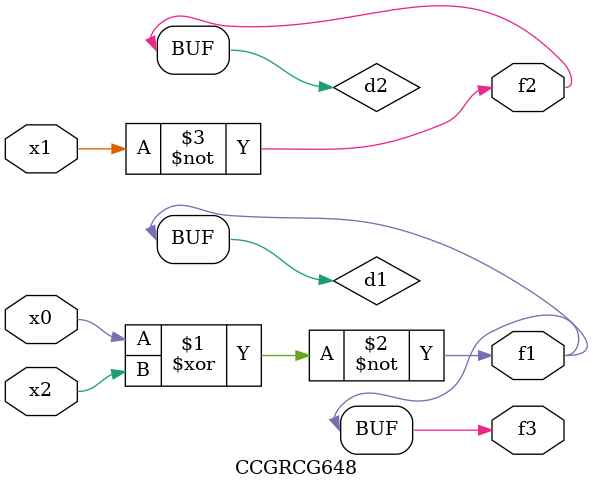
<source format=v>
module CCGRCG648(
	input x0, x1, x2,
	output f1, f2, f3
);

	wire d1, d2, d3;

	xnor (d1, x0, x2);
	nand (d2, x1);
	nor (d3, x1, x2);
	assign f1 = d1;
	assign f2 = d2;
	assign f3 = d1;
endmodule

</source>
